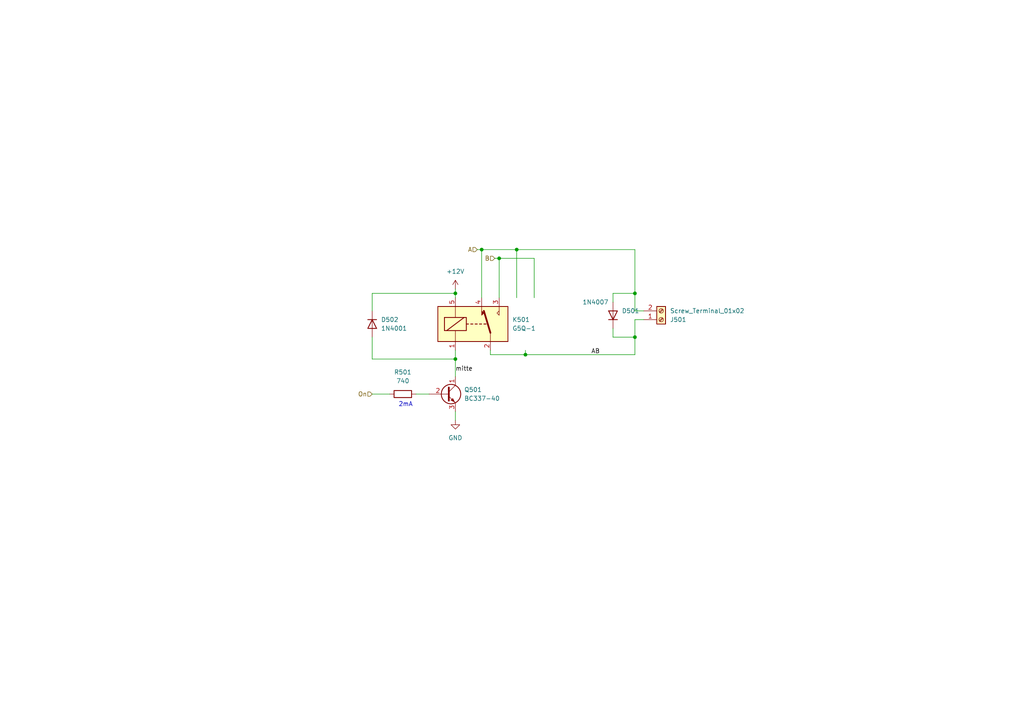
<source format=kicad_sch>
(kicad_sch (version 20211123) (generator eeschema)
  (paper "A4")
  (title_block (date "2022-03-14") (company "makerspace Bocholt"))
  (lib_symbols
    (symbol "Connector:Screw_Terminal_01x02" (pin_names (offset 1.016) hide)
      (property "Reference" "J" (at 0 2.54 0))
      (property "Value" "Screw_Terminal_01x02" (at 0 -5.08 0))
      (symbol "Screw_Terminal_01x02_1_1"
        (rectangle (start -1.27 1.27) (end 1.27 -3.81) (stroke (width 0.254)) (fill (type background)))
        (circle (center 0 -2.54) (radius 0.635) (stroke (width 0.1524)))
        (polyline (pts (xy -0.5334 -2.2098) (xy 0.3302 -3.048)) (stroke (width 0.1524)))
        (polyline (pts (xy -0.5334 0.3302) (xy 0.3302 -0.508)) (stroke (width 0.1524)))
        (polyline (pts (xy -0.3556 -2.032) (xy 0.508 -2.8702)) (stroke (width 0.1524)))
        (polyline (pts (xy -0.3556 0.508) (xy 0.508 -0.3302)) (stroke (width 0.1524)))
        (circle (center 0 0) (radius 0.635) (stroke (width 0.1524)))
        (pin passive line (at -5.08 0 0) (length 3.81) (name "Pin_1") (number "1"))
        (pin passive line (at -5.08 -2.54 0) (length 3.81) (name "Pin_2") (number "2"))
      )
    )
    (symbol "Device:R" (pin_numbers hide) (pin_names (offset 0))
      (property "Reference" "R" (at 2.032 0 90))
      (property "Value" "R" (at 0 0 90))
      (symbol "R_0_1"
        (rectangle (start -1.016 -2.54) (end 1.016 2.54) (stroke (width 0.254)))
      )
      (symbol "R_1_1"
        (pin passive line (at 0 3.81 270) (length 1.27) (name "~") (number "1"))
        (pin passive line (at 0 -3.81 90) (length 1.27) (name "~") (number "2"))
      )
    )
    (symbol "Diode:1N4001" (pin_numbers hide) (pin_names (offset 1.016) hide)
      (property "Reference" "D" (at 0 2.54 0))
      (property "Value" "1N4001" (at 0 -2.54 0))
      (symbol "1N4001_0_1"
        (polyline (pts (xy -1.27 1.27) (xy -1.27 -1.27)) (stroke (width 0.254)))
        (polyline (pts (xy 1.27 0) (xy -1.27 0)))
        (polyline (pts (xy 1.27 1.27) (xy 1.27 -1.27) (xy -1.27 0) (xy 1.27 1.27)) (stroke (width 0.254)))
      )
      (symbol "1N4001_1_1"
        (pin passive line (at -3.81 0 0) (length 2.54) (name "K") (number "1"))
        (pin passive line (at 3.81 0 180) (length 2.54) (name "A") (number "2"))
      )
    )
    (symbol "Diode:1N4007" (pin_numbers hide) (pin_names (offset 1.016) hide)
      (property "Reference" "D" (at 0 2.54 0))
      (property "Value" "1N4007" (at 0 -2.54 0))
      (symbol "1N4007_0_1"
        (polyline (pts (xy -1.27 1.27) (xy -1.27 -1.27)) (stroke (width 0.254)))
        (polyline (pts (xy 1.27 0) (xy -1.27 0)))
        (polyline (pts (xy 1.27 1.27) (xy 1.27 -1.27) (xy -1.27 0) (xy 1.27 1.27)) (stroke (width 0.254)))
      )
      (symbol "1N4007_1_1"
        (pin passive line (at -3.81 0 0) (length 2.54) (name "K") (number "1"))
        (pin passive line (at 3.81 0 180) (length 2.54) (name "A") (number "2"))
      )
    )
    (symbol "Relay:G5Q-1"
      (property "Reference" "K" (at 11.43 3.81 0))
      (property "Value" "G5Q-1" (at 11.43 1.27 0))
      (symbol "G5Q-1_0_0"
        (polyline (pts (xy 7.62 5.08) (xy 7.62 2.54) (xy 6.985 3.175) (xy 7.62 3.81)))
      )
      (symbol "G5Q-1_0_1"
        (rectangle (start -10.16 5.08) (end 10.16 -5.08) (stroke (width 0.254)) (fill (type background)))
        (rectangle (start -8.255 1.905) (end -1.905 -1.905) (stroke (width 0.254)))
        (polyline (pts (xy -7.62 -1.905) (xy -2.54 1.905)) (stroke (width 0.254)))
        (polyline (pts (xy -5.08 -5.08) (xy -5.08 -1.905)))
        (polyline (pts (xy -5.08 5.08) (xy -5.08 1.905)))
        (polyline (pts (xy -1.905 0) (xy -1.27 0)) (stroke (width 0.254)))
        (polyline (pts (xy -0.635 0) (xy 0 0)) (stroke (width 0.254)))
        (polyline (pts (xy 0.635 0) (xy 1.27 0)) (stroke (width 0.254)))
        (polyline (pts (xy 1.905 0) (xy 2.54 0)) (stroke (width 0.254)))
        (polyline (pts (xy 3.175 0) (xy 3.81 0)) (stroke (width 0.254)))
        (polyline (pts (xy 5.08 -2.54) (xy 3.175 3.81)) (stroke (width 0.508)))
        (polyline (pts (xy 5.08 -2.54) (xy 5.08 -5.08)))
        (polyline (pts (xy 2.54 5.08) (xy 2.54 2.54) (xy 3.175 3.175) (xy 2.54 3.81)) (fill (type outline)))
      )
      (symbol "G5Q-1_1_1"
        (pin passive line (at -5.08 -7.62 90) (length 2.54) (name "~") (number "1"))
        (pin passive line (at 5.08 -7.62 90) (length 2.54) (name "~") (number "2"))
        (pin passive line (at 7.62 7.62 270) (length 2.54) (name "~") (number "3"))
        (pin passive line (at 2.54 7.62 270) (length 2.54) (name "~") (number "4"))
        (pin passive line (at -5.08 7.62 270) (length 2.54) (name "~") (number "5"))
      )
    )
    (symbol "Transistor_BJT:BC337" (pin_names (offset 0) hide)
      (property "Reference" "Q" (at 5.08 1.905 0))
      (property "Value" "BC337" (at 5.08 0 0))
      (symbol "BC337_0_1"
        (polyline (pts (xy 0 0) (xy 0.635 0)))
        (polyline (pts (xy 0.635 0.635) (xy 2.54 2.54)))
        (polyline (pts (xy 0.635 -0.635) (xy 2.54 -2.54) (xy 2.54 -2.54)))
        (polyline (pts (xy 0.635 1.905) (xy 0.635 -1.905) (xy 0.635 -1.905)) (stroke (width 0.508)))
        (polyline (pts (xy 1.27 -1.778) (xy 1.778 -1.27) (xy 2.286 -2.286) (xy 1.27 -1.778) (xy 1.27 -1.778)) (fill (type outline)))
        (circle (center 1.27 0) (radius 2.8194) (stroke (width 0.254)))
      )
      (symbol "BC337_1_1"
        (pin passive line (at 2.54 5.08 270) (length 2.54) (name "C") (number "1"))
        (pin input line (at -5.08 0 0) (length 5.08) (name "B") (number "2"))
        (pin passive line (at 2.54 -5.08 90) (length 2.54) (name "E") (number "3"))
      )
    )
    (symbol "power:+12V" (power) (pin_names (offset 0))
      (property "Value" "+12V" (at 0 3.556 0))
      (symbol "+12V_0_1"
        (polyline (pts (xy -0.762 1.27) (xy 0 2.54)))
        (polyline (pts (xy 0 0) (xy 0 2.54)))
        (polyline (pts (xy 0 2.54) (xy 0.762 1.27)))
      )
      (symbol "+12V_1_1"
        (pin power_in line (at 0 0 90) (length 0) hide (name "+12V") (number "1"))
      )
    )
    (symbol "power:GND" (power) (pin_names (offset 0))
      (property "Value" "GND" (at 0 -3.81 0))
      (symbol "GND_0_1"
        (polyline (pts (xy 0 0) (xy 0 -1.27) (xy 1.27 -1.27) (xy 0 -2.54) (xy -1.27 -1.27) (xy 0 -1.27)))
      )
      (symbol "GND_1_1"
        (pin power_in line (at 0 0 270) (length 0) hide (name "GND") (number "1"))
      )
    )
  )
  (junction (at 139.7 72.39))
  (junction (at 132.08 85.09))
  (junction (at 149.86 72.39))
  (junction (at 144.78 74.93))
  (junction (at 132.08 104.14))
  (junction (at 184.15 85.09))
  (junction (at 184.15 97.79))
  (junction (at 152.4 102.87))
  (wire (pts (xy 184.15 85.09) (xy 184.15 72.39)))
  (wire (pts (xy 177.8 87.63) (xy 177.8 85.09)))
  (wire (pts (xy 149.86 72.39) (xy 149.86 86.36)))
  (wire (pts (xy 138.43 72.39) (xy 139.7 72.39)))
  (wire (pts (xy 107.95 114.3) (xy 113.03 114.3)))
  (wire (pts (xy 184.15 102.87) (xy 184.15 97.79)))
  (wire (pts (xy 132.08 85.09) (xy 132.08 86.36)))
  (wire (pts (xy 107.95 104.14) (xy 132.08 104.14)))
  (wire (pts (xy 142.24 102.87) (xy 152.4 102.87)))
  (wire (pts (xy 132.08 104.14) (xy 132.08 109.22)))
  (wire (pts (xy 184.15 90.17) (xy 184.15 85.09)))
  (wire (pts (xy 132.08 83.82) (xy 132.08 85.09)))
  (wire (pts (xy 107.95 90.17) (xy 107.95 85.09)))
  (wire (pts (xy 149.86 72.39) (xy 184.15 72.39)))
  (wire (pts (xy 139.7 72.39) (xy 139.7 86.36)))
  (wire (pts (xy 177.8 95.25) (xy 177.8 97.79)))
  (wire (pts (xy 139.7 72.39) (xy 149.86 72.39)))
  (wire (pts (xy 186.69 90.17) (xy 184.15 90.17)))
  (wire (pts (xy 177.8 85.09) (xy 184.15 85.09)))
  (wire (pts (xy 132.08 119.38) (xy 132.08 121.92)))
  (wire (pts (xy 184.15 92.71) (xy 186.69 92.71)))
  (wire (pts (xy 107.95 97.79) (xy 107.95 104.14)))
  (wire (pts (xy 120.65 114.3) (xy 124.46 114.3)))
  (wire (pts (xy 154.94 86.36) (xy 154.94 74.93)))
  (wire (pts (xy 177.8 97.79) (xy 184.15 97.79)))
  (wire (pts (xy 184.15 97.79) (xy 184.15 92.71)))
  (wire (pts (xy 144.78 74.93) (xy 143.51 74.93)))
  (wire (pts (xy 144.78 86.36) (xy 144.78 74.93)))
  (wire (pts (xy 152.4 102.87) (xy 184.15 102.87)))
  (wire (pts (xy 152.4 102.87) (xy 152.4 101.6)))
  (wire (pts (xy 142.24 101.6) (xy 142.24 102.87)))
  (wire (pts (xy 107.95 85.09) (xy 132.08 85.09)))
  (wire (pts (xy 154.94 74.93) (xy 144.78 74.93)))
  (wire (pts (xy 132.08 101.6) (xy 132.08 104.14)))
  (text "2mA" (at 115.57 118.11 0) (effects (font (size 1.27 1.27)) (justify left bottom)))
  (label "AB" (at 171.45 102.87 0))
  (label "mitte" (at 132.08 107.95 0))
  (hierarchical_label "On" (shape input) (at 107.95 114.3 180))
  (hierarchical_label "B" (shape input) (at 143.51 74.93 180))
  (hierarchical_label "A" (shape input) (at 138.43 72.39 180))
  (symbol (lib_id "Relay:G5Q-1") (at 137.16 93.98 0)
    (property "Reference" "K501" (at 148.59 92.7099 0) (effects (justify left)))
    (property "Value" "G5Q-1" (at 148.59 95.2499 0) (effects (justify left)))
    (property "Footprint" "Relay_THT:Relay_SPDT_Omron-G5Q-1" (effects hide))
    (property "Datasheet" "https://www.omron.com/ecb/products/pdf/en-g5q.pdf" (effects hide))
  )
  (symbol (lib_id "Connector:Screw_Terminal_01x02") (at 191.77 92.71 0) (mirror x)
    (property "Reference" "J501" (at 194.31 92.7101 0) (effects (justify left)))
    (property "Value" "Screw_Terminal_01x02" (at 194.31 90.1701 0) (effects (justify left)))
    (property "Footprint" "TerminalBlock_Phoenix:TerminalBlock_Phoenix_MKDS-1,5-2-5.08_1x02_P5.08mm_Horizontal" (effects hide))
  )
  (symbol (lib_id "power:+12V") (at 132.08 83.82 0)
    (property "Reference" "#PWR0501" (effects hide))
    (property "Value" "+12V" (at 132.08 78.74 0))
  )
  (symbol (lib_id "power:GND") (at 132.08 121.92 0)
    (property "Reference" "#PWR0502" (effects hide))
    (property "Value" "GND" (at 132.08 127 0))
  )
  (symbol (lib_id "Device:R") (at 116.84 114.3 90)
    (property "Reference" "R501" (at 116.84 107.95 90))
    (property "Value" "740" (at 116.84 110.49 90))
    (property "Footprint" "Resistor_THT:R_Axial_DIN0207_L6.3mm_D2.5mm_P2.54mm_Vertical" (effects hide))
  )
  (symbol (lib_id "Diode:1N4007") (at 177.8 91.44 90)
    (property "Reference" "D501" (at 180.34 90.1699 90) (effects (justify right)))
    (property "Value" "1N4007" (at 168.91 87.63 90) (effects (justify right)))
    (property "Footprint" "Diode_THT:D_DO-41_SOD81_P5.08mm_Vertical_KathodeUp" (effects hide))
    (property "Datasheet" "http://www.vishay.com/docs/88503/1n4001.pdf" (effects hide))
  )
  (symbol (lib_id "Diode:1N4001") (at 107.95 93.98 270)
    (property "Reference" "D502" (at 110.49 92.7099 90) (effects (justify left)))
    (property "Value" "1N4001" (at 110.49 95.2499 90) (effects (justify left)))
    (property "Footprint" "Diode_THT:D_DO-41_SOD81_P5.08mm_Vertical_KathodeUp" (effects hide))
    (property "Datasheet" "http://www.vishay.com/docs/88503/1n4001.pdf" (effects hide))
  )
  (symbol (lib_id "Transistor_BJT:BC337") (at 129.54 114.3 0)
    (property "Reference" "Q501" (at 134.62 113.0299 0) (effects (justify left)))
    (property "Value" "BC337-40" (at 134.62 115.5699 0) (effects (justify left)))
    (property "Footprint" "Package_TO_SOT_THT:TO-92_Inline" (effects hide))
    (property "Datasheet" "https://diotec.com/tl_files/diotec/files/pdf/datasheets/bc337.pdf" (effects hide))
  )
)
</source>
